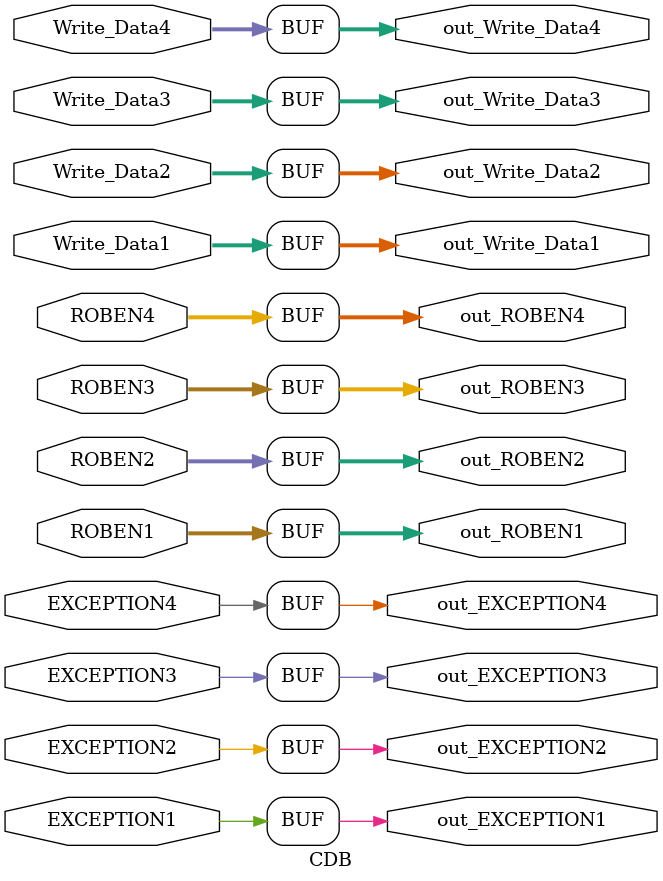
<source format=v>




/*
description:
    - four sources to broadcast from
        - three functional units
        - one memory unit
    - the things to broadcast are:
        - ROBEN
        - the data produced (Write_Data)
*/

module CDB
(
    input [4:0] ROBEN1,
    input [31:0] Write_Data1,
    input EXCEPTION1,

    input [4:0] ROBEN2,
    input [31:0] Write_Data2,
    input EXCEPTION2,

    input [4:0] ROBEN3,
    input [31:0] Write_Data3,
    input EXCEPTION3,

    input [4:0] ROBEN4,
    input [31:0] Write_Data4,
    input EXCEPTION4,


    output [4:0] out_ROBEN1,
    output [31:0] out_Write_Data1,
    output out_EXCEPTION1,

    output [4:0] out_ROBEN2,
    output [31:0] out_Write_Data2,
    output out_EXCEPTION2,

    output [4:0] out_ROBEN3,
    output [31:0] out_Write_Data3,
    output out_EXCEPTION3,

    output [4:0] out_ROBEN4,
    output [31:0] out_Write_Data4,
    output out_EXCEPTION4
);


assign out_ROBEN1 = ROBEN1;
assign out_Write_Data1 = Write_Data1;
assign out_EXCEPTION1 = EXCEPTION1;

assign out_ROBEN2 = ROBEN2;
assign out_Write_Data2 = Write_Data2;
assign out_EXCEPTION2 = EXCEPTION2;

assign out_ROBEN3 = ROBEN3;
assign out_Write_Data3 = Write_Data3;
assign out_EXCEPTION3 = EXCEPTION3;

assign out_ROBEN4 = ROBEN4;
assign out_Write_Data4 = Write_Data4;
assign out_EXCEPTION4 = EXCEPTION4;



endmodule
</source>
